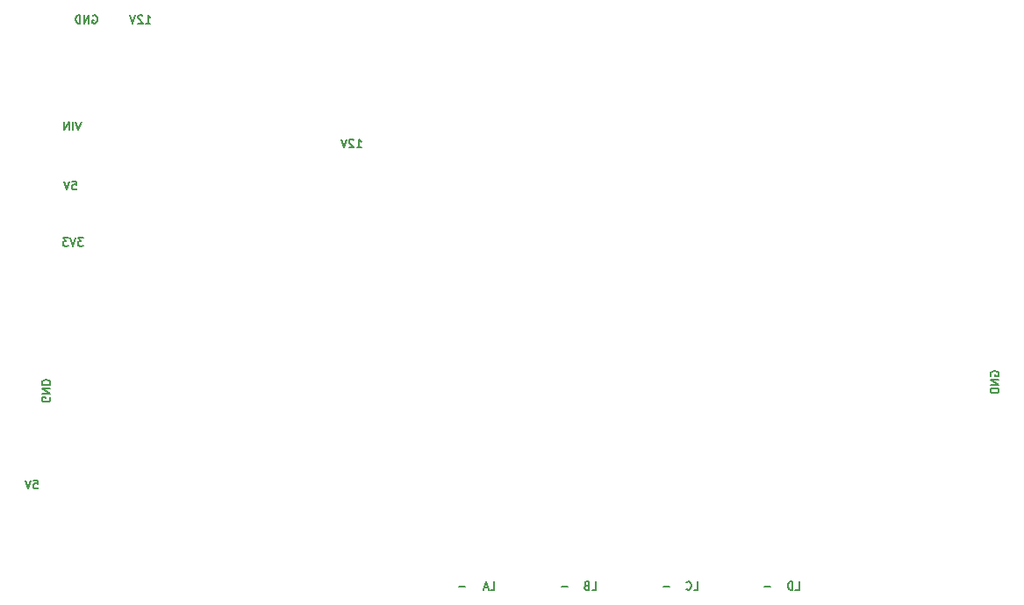
<source format=gbr>
%TF.GenerationSoftware,KiCad,Pcbnew,(6.0.2-0)*%
%TF.CreationDate,2022-05-20T12:12:43+02:00*%
%TF.ProjectId,Huge-Stepper-Driver,48756765-2d53-4746-9570-7065722d4472,rev?*%
%TF.SameCoordinates,Original*%
%TF.FileFunction,Legend,Bot*%
%TF.FilePolarity,Positive*%
%FSLAX46Y46*%
G04 Gerber Fmt 4.6, Leading zero omitted, Abs format (unit mm)*
G04 Created by KiCad (PCBNEW (6.0.2-0)) date 2022-05-20 12:12:43*
%MOMM*%
%LPD*%
G01*
G04 APERTURE LIST*
%ADD10C,0.150000*%
G04 APERTURE END LIST*
D10*
X97340476Y-99121904D02*
X96845238Y-99121904D01*
X97111904Y-99426666D01*
X96997619Y-99426666D01*
X96921428Y-99464761D01*
X96883333Y-99502857D01*
X96845238Y-99579047D01*
X96845238Y-99769523D01*
X96883333Y-99845714D01*
X96921428Y-99883809D01*
X96997619Y-99921904D01*
X97226190Y-99921904D01*
X97302380Y-99883809D01*
X97340476Y-99845714D01*
X96616666Y-99121904D02*
X96350000Y-99921904D01*
X96083333Y-99121904D01*
X95892857Y-99121904D02*
X95397619Y-99121904D01*
X95664285Y-99426666D01*
X95550000Y-99426666D01*
X95473809Y-99464761D01*
X95435714Y-99502857D01*
X95397619Y-99579047D01*
X95397619Y-99769523D01*
X95435714Y-99845714D01*
X95473809Y-99883809D01*
X95550000Y-99921904D01*
X95778571Y-99921904D01*
X95854761Y-99883809D01*
X95892857Y-99845714D01*
X97146190Y-87921904D02*
X96879523Y-88721904D01*
X96612857Y-87921904D01*
X96346190Y-88721904D02*
X96346190Y-87921904D01*
X95965238Y-88721904D02*
X95965238Y-87921904D01*
X95508095Y-88721904D01*
X95508095Y-87921904D01*
X94100000Y-114519523D02*
X94138095Y-114595714D01*
X94138095Y-114710000D01*
X94100000Y-114824285D01*
X94023809Y-114900476D01*
X93947619Y-114938571D01*
X93795238Y-114976666D01*
X93680952Y-114976666D01*
X93528571Y-114938571D01*
X93452380Y-114900476D01*
X93376190Y-114824285D01*
X93338095Y-114710000D01*
X93338095Y-114633809D01*
X93376190Y-114519523D01*
X93414285Y-114481428D01*
X93680952Y-114481428D01*
X93680952Y-114633809D01*
X93338095Y-114138571D02*
X94138095Y-114138571D01*
X93338095Y-113681428D01*
X94138095Y-113681428D01*
X93338095Y-113300476D02*
X94138095Y-113300476D01*
X94138095Y-113110000D01*
X94100000Y-112995714D01*
X94023809Y-112919523D01*
X93947619Y-112881428D01*
X93795238Y-112843333D01*
X93680952Y-112843333D01*
X93528571Y-112881428D01*
X93452380Y-112919523D01*
X93376190Y-112995714D01*
X93338095Y-113110000D01*
X93338095Y-113300476D01*
X136635238Y-133111904D02*
X137016190Y-133111904D01*
X137016190Y-132311904D01*
X136406666Y-132883333D02*
X136025714Y-132883333D01*
X136482857Y-133111904D02*
X136216190Y-132311904D01*
X135949523Y-133111904D01*
X92542380Y-122541904D02*
X92923333Y-122541904D01*
X92961428Y-122922857D01*
X92923333Y-122884761D01*
X92847142Y-122846666D01*
X92656666Y-122846666D01*
X92580476Y-122884761D01*
X92542380Y-122922857D01*
X92504285Y-122999047D01*
X92504285Y-123189523D01*
X92542380Y-123265714D01*
X92580476Y-123303809D01*
X92656666Y-123341904D01*
X92847142Y-123341904D01*
X92923333Y-123303809D01*
X92961428Y-123265714D01*
X92275714Y-122541904D02*
X92009047Y-123341904D01*
X91742380Y-122541904D01*
X153894761Y-132807142D02*
X153285238Y-132807142D01*
X156252380Y-133111904D02*
X156633333Y-133111904D01*
X156633333Y-132311904D01*
X155528571Y-133035714D02*
X155566666Y-133073809D01*
X155680952Y-133111904D01*
X155757142Y-133111904D01*
X155871428Y-133073809D01*
X155947619Y-132997619D01*
X155985714Y-132921428D01*
X156023809Y-132769047D01*
X156023809Y-132654761D01*
X155985714Y-132502380D01*
X155947619Y-132426190D01*
X155871428Y-132350000D01*
X155757142Y-132311904D01*
X155680952Y-132311904D01*
X155566666Y-132350000D01*
X155528571Y-132388095D01*
X103375238Y-78421904D02*
X103832380Y-78421904D01*
X103603809Y-78421904D02*
X103603809Y-77621904D01*
X103680000Y-77736190D01*
X103756190Y-77812380D01*
X103832380Y-77850476D01*
X103070476Y-77698095D02*
X103032380Y-77660000D01*
X102956190Y-77621904D01*
X102765714Y-77621904D01*
X102689523Y-77660000D01*
X102651428Y-77698095D01*
X102613333Y-77774285D01*
X102613333Y-77850476D01*
X102651428Y-77964761D01*
X103108571Y-78421904D01*
X102613333Y-78421904D01*
X102384761Y-77621904D02*
X102118095Y-78421904D01*
X101851428Y-77621904D01*
X134204761Y-132807142D02*
X133595238Y-132807142D01*
X184930000Y-112450476D02*
X184891904Y-112374285D01*
X184891904Y-112260000D01*
X184930000Y-112145714D01*
X185006190Y-112069523D01*
X185082380Y-112031428D01*
X185234761Y-111993333D01*
X185349047Y-111993333D01*
X185501428Y-112031428D01*
X185577619Y-112069523D01*
X185653809Y-112145714D01*
X185691904Y-112260000D01*
X185691904Y-112336190D01*
X185653809Y-112450476D01*
X185615714Y-112488571D01*
X185349047Y-112488571D01*
X185349047Y-112336190D01*
X185691904Y-112831428D02*
X184891904Y-112831428D01*
X185691904Y-113288571D01*
X184891904Y-113288571D01*
X185691904Y-113669523D02*
X184891904Y-113669523D01*
X184891904Y-113860000D01*
X184930000Y-113974285D01*
X185006190Y-114050476D01*
X185082380Y-114088571D01*
X185234761Y-114126666D01*
X185349047Y-114126666D01*
X185501428Y-114088571D01*
X185577619Y-114050476D01*
X185653809Y-113974285D01*
X185691904Y-113860000D01*
X185691904Y-113669523D01*
X144084761Y-132807142D02*
X143475238Y-132807142D01*
X163644761Y-132807142D02*
X163035238Y-132807142D01*
X146432380Y-133111904D02*
X146813333Y-133111904D01*
X146813333Y-132311904D01*
X145899047Y-132692857D02*
X145784761Y-132730952D01*
X145746666Y-132769047D01*
X145708571Y-132845238D01*
X145708571Y-132959523D01*
X145746666Y-133035714D01*
X145784761Y-133073809D01*
X145860952Y-133111904D01*
X146165714Y-133111904D01*
X146165714Y-132311904D01*
X145899047Y-132311904D01*
X145822857Y-132350000D01*
X145784761Y-132388095D01*
X145746666Y-132464285D01*
X145746666Y-132540476D01*
X145784761Y-132616666D01*
X145822857Y-132654761D01*
X145899047Y-132692857D01*
X146165714Y-132692857D01*
X166042380Y-133111904D02*
X166423333Y-133111904D01*
X166423333Y-132311904D01*
X165775714Y-133111904D02*
X165775714Y-132311904D01*
X165585238Y-132311904D01*
X165470952Y-132350000D01*
X165394761Y-132426190D01*
X165356666Y-132502380D01*
X165318571Y-132654761D01*
X165318571Y-132769047D01*
X165356666Y-132921428D01*
X165394761Y-132997619D01*
X165470952Y-133073809D01*
X165585238Y-133111904D01*
X165775714Y-133111904D01*
X123735238Y-90411904D02*
X124192380Y-90411904D01*
X123963809Y-90411904D02*
X123963809Y-89611904D01*
X124040000Y-89726190D01*
X124116190Y-89802380D01*
X124192380Y-89840476D01*
X123430476Y-89688095D02*
X123392380Y-89650000D01*
X123316190Y-89611904D01*
X123125714Y-89611904D01*
X123049523Y-89650000D01*
X123011428Y-89688095D01*
X122973333Y-89764285D01*
X122973333Y-89840476D01*
X123011428Y-89954761D01*
X123468571Y-90411904D01*
X122973333Y-90411904D01*
X122744761Y-89611904D02*
X122478095Y-90411904D01*
X122211428Y-89611904D01*
X98279523Y-77660000D02*
X98355714Y-77621904D01*
X98470000Y-77621904D01*
X98584285Y-77660000D01*
X98660476Y-77736190D01*
X98698571Y-77812380D01*
X98736666Y-77964761D01*
X98736666Y-78079047D01*
X98698571Y-78231428D01*
X98660476Y-78307619D01*
X98584285Y-78383809D01*
X98470000Y-78421904D01*
X98393809Y-78421904D01*
X98279523Y-78383809D01*
X98241428Y-78345714D01*
X98241428Y-78079047D01*
X98393809Y-78079047D01*
X97898571Y-78421904D02*
X97898571Y-77621904D01*
X97441428Y-78421904D01*
X97441428Y-77621904D01*
X97060476Y-78421904D02*
X97060476Y-77621904D01*
X96870000Y-77621904D01*
X96755714Y-77660000D01*
X96679523Y-77736190D01*
X96641428Y-77812380D01*
X96603333Y-77964761D01*
X96603333Y-78079047D01*
X96641428Y-78231428D01*
X96679523Y-78307619D01*
X96755714Y-78383809D01*
X96870000Y-78421904D01*
X97060476Y-78421904D01*
X96282380Y-93661904D02*
X96663333Y-93661904D01*
X96701428Y-94042857D01*
X96663333Y-94004761D01*
X96587142Y-93966666D01*
X96396666Y-93966666D01*
X96320476Y-94004761D01*
X96282380Y-94042857D01*
X96244285Y-94119047D01*
X96244285Y-94309523D01*
X96282380Y-94385714D01*
X96320476Y-94423809D01*
X96396666Y-94461904D01*
X96587142Y-94461904D01*
X96663333Y-94423809D01*
X96701428Y-94385714D01*
X96015714Y-93661904D02*
X95749047Y-94461904D01*
X95482380Y-93661904D01*
M02*

</source>
